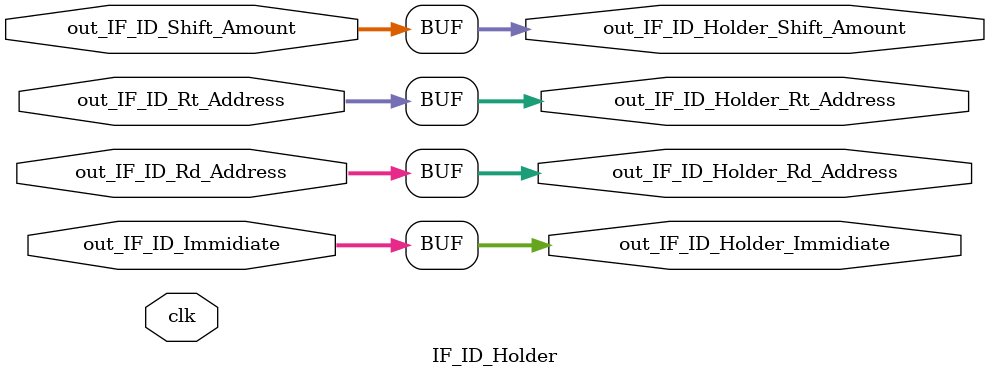
<source format=v>
module IF_ID_Holder(


input [15:0] out_IF_ID_Immidiate,
input [4:0]  out_IF_ID_Shift_Amount,
input [4:0]  out_IF_ID_Rt_Address,
input [4:0]  out_IF_ID_Rd_Address,



output reg[15:0]  out_IF_ID_Holder_Immidiate,
output reg [4:0]  out_IF_ID_Holder_Shift_Amount,
output reg[4:0]   out_IF_ID_Holder_Rt_Address,
output reg[4:0]   out_IF_ID_Holder_Rd_Address,


input clk);




always@(*)begin

out_IF_ID_Holder_Immidiate=out_IF_ID_Immidiate;
out_IF_ID_Holder_Shift_Amount=out_IF_ID_Shift_Amount;
out_IF_ID_Holder_Rt_Address=out_IF_ID_Rt_Address;
out_IF_ID_Holder_Rd_Address=out_IF_ID_Rd_Address;






end
endmodule

</source>
